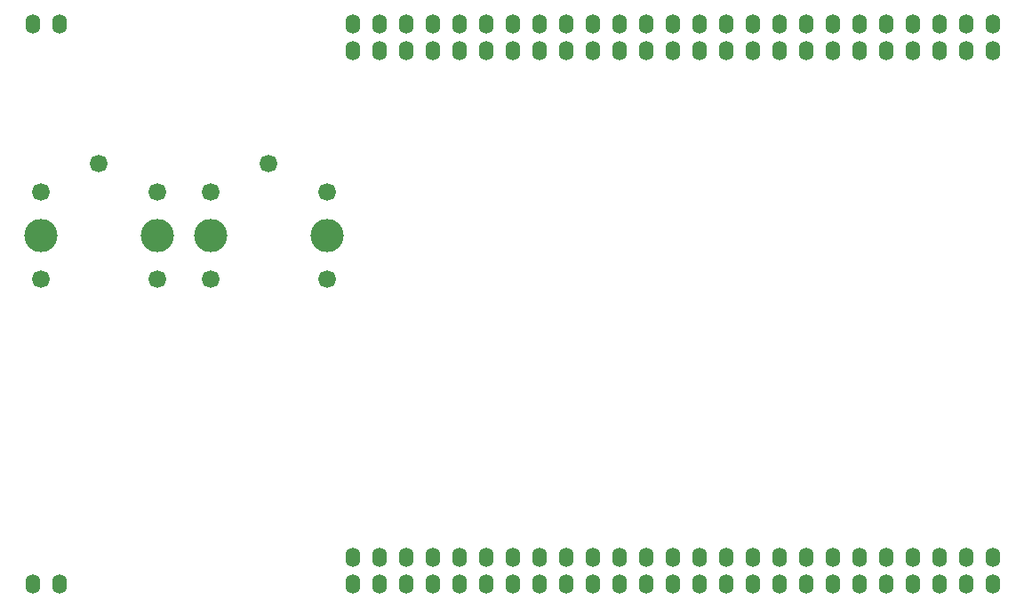
<source format=gbs>
G04 #@! TF.FileFunction,Soldermask,Bot*
%FSLAX46Y46*%
G04 Gerber Fmt 4.6, Leading zero omitted, Abs format (unit mm)*
G04 Created by KiCad (PCBNEW 4.0.5-e0-6337~52~ubuntu16.10.1) date Sun Jan 15 19:05:05 2017*
%MOMM*%
%LPD*%
G01*
G04 APERTURE LIST*
%ADD10C,0.100000*%
%ADD11O,1.360000X1.860000*%
%ADD12C,1.684000*%
%ADD13C,3.160000*%
G04 APERTURE END LIST*
D10*
D11*
X82540000Y-84590000D03*
X85080000Y-84590000D03*
X113020000Y-84590000D03*
X115560000Y-84590000D03*
X118100000Y-84590000D03*
X120640000Y-84590000D03*
X123180000Y-84590000D03*
X125720000Y-84590000D03*
X128260000Y-84590000D03*
X130800000Y-84590000D03*
X133340000Y-84590000D03*
X135880000Y-84590000D03*
X138420000Y-84590000D03*
X140960000Y-84590000D03*
X143500000Y-84590000D03*
X146040000Y-84590000D03*
X148580000Y-84590000D03*
X151120000Y-84590000D03*
X153660000Y-84590000D03*
X156200000Y-84590000D03*
X158740000Y-84590000D03*
X161280000Y-84590000D03*
X163820000Y-84590000D03*
X166360000Y-84590000D03*
X168900000Y-84590000D03*
X171440000Y-84590000D03*
X173980000Y-84590000D03*
X113020000Y-87130000D03*
X115560000Y-87130000D03*
X118100000Y-87130000D03*
X120640000Y-87130000D03*
X123180000Y-87130000D03*
X125720000Y-87130000D03*
X128260000Y-87130000D03*
X130800000Y-87130000D03*
X133340000Y-87130000D03*
X135880000Y-87130000D03*
X138420000Y-87130000D03*
X140960000Y-87130000D03*
X143500000Y-87130000D03*
X146040000Y-87130000D03*
X148580000Y-87130000D03*
X151120000Y-87130000D03*
X153660000Y-87130000D03*
X156200000Y-87130000D03*
X158740000Y-87130000D03*
X161280000Y-87130000D03*
X163820000Y-87130000D03*
X166360000Y-87130000D03*
X168900000Y-87130000D03*
X171440000Y-87130000D03*
X173980000Y-87130000D03*
X82540000Y-137930000D03*
X85080000Y-137930000D03*
X113020000Y-135390000D03*
X115560000Y-135390000D03*
X118100000Y-135390000D03*
X120640000Y-135390000D03*
X123180000Y-135390000D03*
X125720000Y-135390000D03*
X128260000Y-135390000D03*
X130800000Y-135390000D03*
X133340000Y-135390000D03*
X135880000Y-135390000D03*
X138420000Y-135390000D03*
X140960000Y-135390000D03*
X143500000Y-135390000D03*
X146040000Y-135390000D03*
X148580000Y-135390000D03*
X151120000Y-135390000D03*
X153660000Y-135390000D03*
X156200000Y-135390000D03*
X158740000Y-135390000D03*
X161280000Y-135390000D03*
X163820000Y-135390000D03*
X166360000Y-135390000D03*
X168900000Y-135390000D03*
X171440000Y-135390000D03*
X173980000Y-135390000D03*
X113020000Y-137930000D03*
X115560000Y-137930000D03*
X118100000Y-137930000D03*
X120640000Y-137930000D03*
X123180000Y-137930000D03*
X125720000Y-137930000D03*
X128260000Y-137930000D03*
X130800000Y-137930000D03*
X133340000Y-137930000D03*
X135880000Y-137930000D03*
X138420000Y-137930000D03*
X140960000Y-137930000D03*
X143500000Y-137930000D03*
X146040000Y-137930000D03*
X148580000Y-137930000D03*
X151120000Y-137930000D03*
X153660000Y-137930000D03*
X156200000Y-137930000D03*
X158740000Y-137930000D03*
X161280000Y-137930000D03*
X163820000Y-137930000D03*
X166360000Y-137930000D03*
X168900000Y-137930000D03*
X171440000Y-137930000D03*
X173980000Y-137930000D03*
D12*
X88824600Y-97916800D03*
X94424600Y-108916800D03*
X83324600Y-108916800D03*
X94424600Y-100616800D03*
X83324600Y-100616800D03*
D13*
X83324600Y-104766800D03*
X94424600Y-104766800D03*
D12*
X104950000Y-97900000D03*
X110550000Y-108900000D03*
X99450000Y-108900000D03*
X110550000Y-100600000D03*
X99450000Y-100600000D03*
D13*
X99450000Y-104750000D03*
X110550000Y-104750000D03*
M02*

</source>
